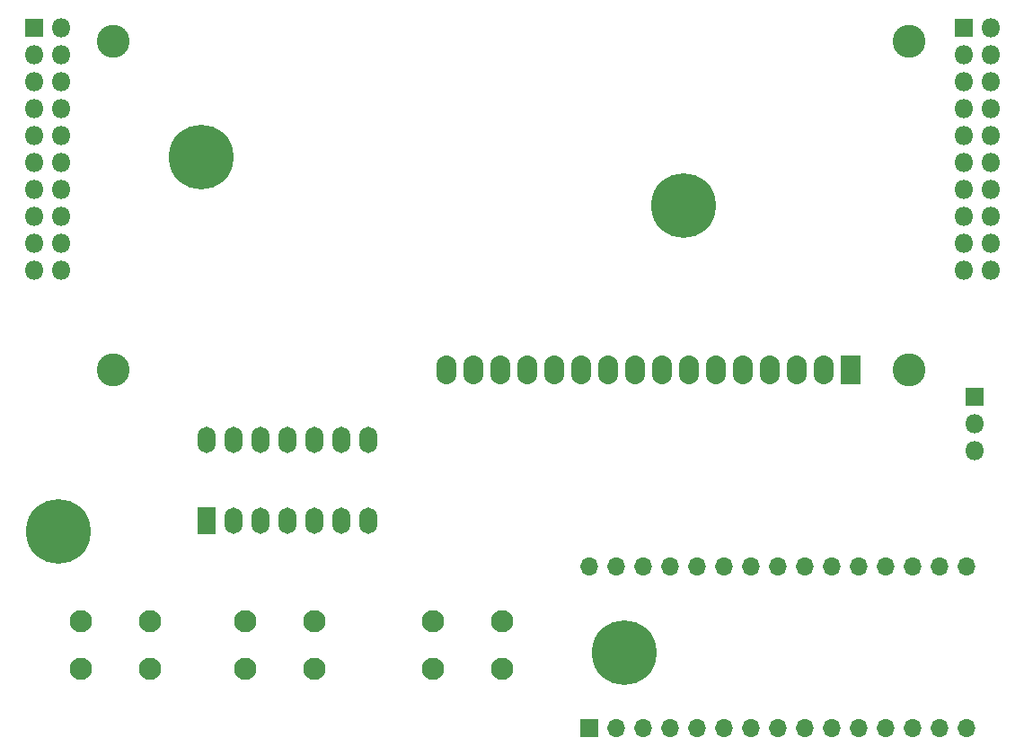
<source format=gbr>
%TF.GenerationSoftware,KiCad,Pcbnew,(5.1.4)-1*%
%TF.CreationDate,2020-10-02T23:36:47+08:00*%
%TF.ProjectId,odometer_project,6f646f6d-6574-4657-925f-70726f6a6563,rev?*%
%TF.SameCoordinates,Original*%
%TF.FileFunction,Soldermask,Bot*%
%TF.FilePolarity,Negative*%
%FSLAX46Y46*%
G04 Gerber Fmt 4.6, Leading zero omitted, Abs format (unit mm)*
G04 Created by KiCad (PCBNEW (5.1.4)-1) date 2020-10-02 23:36:47*
%MOMM*%
%LPD*%
G04 APERTURE LIST*
%ADD10C,0.900000*%
%ADD11C,6.100000*%
%ADD12C,3.100000*%
%ADD13O,1.900000X2.700000*%
%ADD14R,1.900000X2.700000*%
%ADD15C,2.100000*%
%ADD16O,1.700000X2.500000*%
%ADD17R,1.700000X2.500000*%
%ADD18O,1.800000X1.800000*%
%ADD19R,1.800000X1.800000*%
%ADD20O,1.700000X1.700000*%
%ADD21R,1.700000X1.700000*%
G04 APERTURE END LIST*
D10*
%TO.C,REF\002A\002A*%
X246192990Y-101025010D03*
X244602000Y-100366000D03*
X243011010Y-101025010D03*
X242352000Y-102616000D03*
X243011010Y-104206990D03*
X244602000Y-104866000D03*
X246192990Y-104206990D03*
X246852000Y-102616000D03*
D11*
X244602000Y-102616000D03*
%TD*%
D10*
%TO.C,REF\002A\002A*%
X240604990Y-143189010D03*
X239014000Y-142530000D03*
X237423010Y-143189010D03*
X236764000Y-144780000D03*
X237423010Y-146370990D03*
X239014000Y-147030000D03*
X240604990Y-146370990D03*
X241264000Y-144780000D03*
D11*
X239014000Y-144780000D03*
%TD*%
D10*
%TO.C,REF\002A\002A*%
X187264990Y-131759010D03*
X185674000Y-131100000D03*
X184083010Y-131759010D03*
X183424000Y-133350000D03*
X184083010Y-134940990D03*
X185674000Y-135600000D03*
X187264990Y-134940990D03*
X187924000Y-133350000D03*
D11*
X185674000Y-133350000D03*
%TD*%
D10*
%TO.C,REF\002A\002A*%
X200726990Y-96453010D03*
X199136000Y-95794000D03*
X197545010Y-96453010D03*
X196886000Y-98044000D03*
X197545010Y-99634990D03*
X199136000Y-100294000D03*
X200726990Y-99634990D03*
X201386000Y-98044000D03*
D11*
X199136000Y-98044000D03*
%TD*%
D12*
%TO.C,DS1*%
X190850000Y-118110000D03*
X190850520Y-87109300D03*
X265849100Y-87109300D03*
X265849100Y-118110000D03*
D13*
X222250000Y-118110000D03*
X224790000Y-118110000D03*
X227330000Y-118110000D03*
X229870000Y-118110000D03*
X232410000Y-118110000D03*
X234950000Y-118110000D03*
X237490000Y-118110000D03*
X240030000Y-118110000D03*
X242570000Y-118110000D03*
X245110000Y-118110000D03*
X247650000Y-118110000D03*
X250190000Y-118110000D03*
X252730000Y-118110000D03*
X255270000Y-118110000D03*
X257810000Y-118110000D03*
D14*
X260350000Y-118110000D03*
%TD*%
D15*
%TO.C,SW2*%
X203304000Y-146304000D03*
X203304000Y-141804000D03*
X209804000Y-146304000D03*
X209804000Y-141804000D03*
%TD*%
D16*
%TO.C,U1*%
X199644000Y-124714000D03*
X214884000Y-132334000D03*
X202184000Y-124714000D03*
X212344000Y-132334000D03*
X204724000Y-124714000D03*
X209804000Y-132334000D03*
X207264000Y-124714000D03*
X207264000Y-132334000D03*
X209804000Y-124714000D03*
X204724000Y-132334000D03*
X212344000Y-124714000D03*
X202184000Y-132334000D03*
X214884000Y-124714000D03*
D17*
X199644000Y-132334000D03*
%TD*%
D18*
%TO.C,J4*%
X273558000Y-108712000D03*
X271018000Y-108712000D03*
X273558000Y-106172000D03*
X271018000Y-106172000D03*
X273558000Y-103632000D03*
X271018000Y-103632000D03*
X273558000Y-101092000D03*
X271018000Y-101092000D03*
X273558000Y-98552000D03*
X271018000Y-98552000D03*
X273558000Y-96012000D03*
X271018000Y-96012000D03*
X273558000Y-93472000D03*
X271018000Y-93472000D03*
X273558000Y-90932000D03*
X271018000Y-90932000D03*
X273558000Y-88392000D03*
X271018000Y-88392000D03*
X273558000Y-85852000D03*
D19*
X271018000Y-85852000D03*
%TD*%
D18*
%TO.C,J3*%
X185928000Y-108712000D03*
X183388000Y-108712000D03*
X185928000Y-106172000D03*
X183388000Y-106172000D03*
X185928000Y-103632000D03*
X183388000Y-103632000D03*
X185928000Y-101092000D03*
X183388000Y-101092000D03*
X185928000Y-98552000D03*
X183388000Y-98552000D03*
X185928000Y-96012000D03*
X183388000Y-96012000D03*
X185928000Y-93472000D03*
X183388000Y-93472000D03*
X185928000Y-90932000D03*
X183388000Y-90932000D03*
X185928000Y-88392000D03*
X183388000Y-88392000D03*
X185928000Y-85852000D03*
D19*
X183388000Y-85852000D03*
%TD*%
D18*
%TO.C,J2*%
X272034000Y-125730000D03*
X272034000Y-123190000D03*
D19*
X272034000Y-120650000D03*
%TD*%
D20*
%TO.C,A1*%
X271272000Y-136652000D03*
X271272000Y-151892000D03*
X235712000Y-136652000D03*
X268732000Y-151892000D03*
X238252000Y-136652000D03*
X266192000Y-151892000D03*
X240792000Y-136652000D03*
X263652000Y-151892000D03*
X243332000Y-136652000D03*
X261112000Y-151892000D03*
X245872000Y-136652000D03*
X258572000Y-151892000D03*
X248412000Y-136652000D03*
X256032000Y-151892000D03*
X250952000Y-136652000D03*
X253492000Y-151892000D03*
X253492000Y-136652000D03*
X250952000Y-151892000D03*
X256032000Y-136652000D03*
X248412000Y-151892000D03*
X258572000Y-136652000D03*
X245872000Y-151892000D03*
X261112000Y-136652000D03*
X243332000Y-151892000D03*
X263652000Y-136652000D03*
X240792000Y-151892000D03*
X266192000Y-136652000D03*
X238252000Y-151892000D03*
X268732000Y-136652000D03*
D21*
X235712000Y-151892000D03*
%TD*%
D15*
%TO.C,SW3*%
X220980000Y-146304000D03*
X220980000Y-141804000D03*
X227480000Y-146304000D03*
X227480000Y-141804000D03*
%TD*%
%TO.C,SW1*%
X187810000Y-146304000D03*
X187810000Y-141804000D03*
X194310000Y-146304000D03*
X194310000Y-141804000D03*
%TD*%
M02*

</source>
